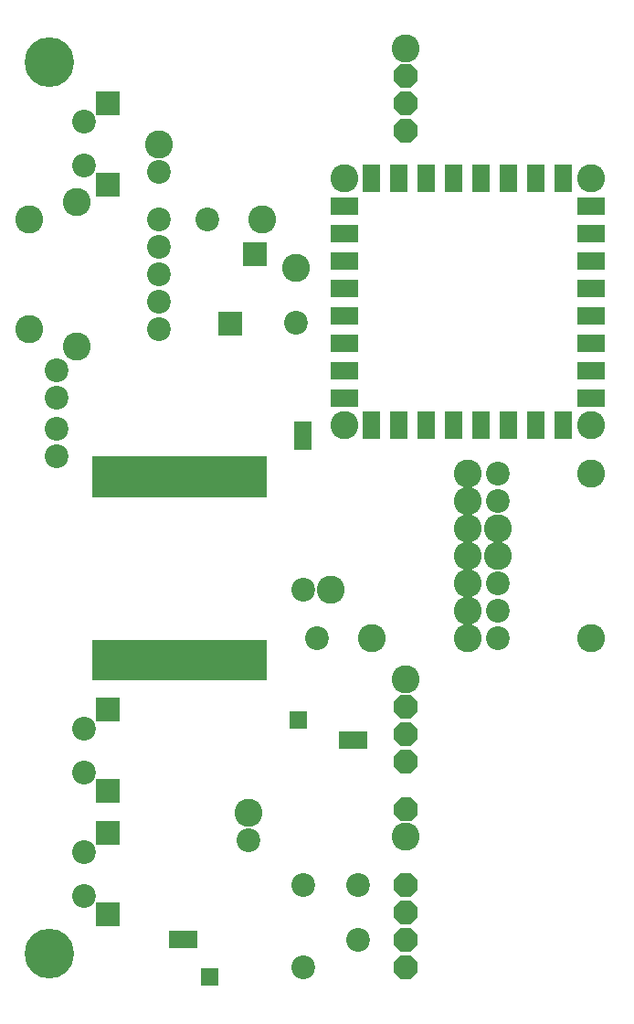
<source format=gbr>
%FSLAX34Y34*%
%MOMM*%
%LNSOLDERMASK_BOTTOM*%
G71*
G01*
%ADD10C, 2.20*%
%ADD11C, 2.20*%
%ADD12C, 2.20*%
%ADD13C, 2.20*%
%ADD14C, 2.60*%
%ADD15C, 4.60*%
%ADD16C, 2.60*%
%LPD*%
G36*
X103300Y574625D02*
X125300Y574625D01*
X125300Y536625D01*
X103300Y536625D01*
X103300Y574625D01*
G37*
G36*
X123144Y574625D02*
X145144Y574625D01*
X145144Y536625D01*
X123144Y536625D01*
X123144Y574625D01*
G37*
G36*
X142988Y574625D02*
X164988Y574625D01*
X164988Y536625D01*
X142988Y536625D01*
X142988Y574625D01*
G37*
G36*
X162831Y574625D02*
X184831Y574625D01*
X184831Y536625D01*
X162831Y536625D01*
X162831Y574625D01*
G37*
G36*
X182675Y574625D02*
X204675Y574625D01*
X204675Y536625D01*
X182675Y536625D01*
X182675Y574625D01*
G37*
G36*
X203312Y574625D02*
X225312Y574625D01*
X225312Y536625D01*
X203312Y536625D01*
X203312Y574625D01*
G37*
G36*
X223156Y574625D02*
X245156Y574625D01*
X245156Y536625D01*
X223156Y536625D01*
X223156Y574625D01*
G37*
G36*
X243000Y574625D02*
X265000Y574625D01*
X265000Y536625D01*
X243000Y536625D01*
X243000Y574625D01*
G37*
G36*
X103300Y404762D02*
X125300Y404762D01*
X125300Y366762D01*
X103300Y366762D01*
X103300Y404762D01*
G37*
G36*
X123144Y404762D02*
X145144Y404762D01*
X145144Y366762D01*
X123144Y366762D01*
X123144Y404762D01*
G37*
G36*
X142988Y404762D02*
X164988Y404762D01*
X164988Y366762D01*
X142988Y366762D01*
X142988Y404762D01*
G37*
G36*
X162831Y404762D02*
X184831Y404762D01*
X184831Y366762D01*
X162831Y366762D01*
X162831Y404762D01*
G37*
G36*
X182675Y404762D02*
X204675Y404762D01*
X204675Y366762D01*
X182675Y366762D01*
X182675Y404762D01*
G37*
G36*
X203312Y404762D02*
X225312Y404762D01*
X225312Y366762D01*
X203312Y366762D01*
X203312Y404762D01*
G37*
G36*
X223156Y404762D02*
X245156Y404762D01*
X245156Y366762D01*
X223156Y366762D01*
X223156Y404762D01*
G37*
G36*
X243000Y404762D02*
X265000Y404762D01*
X265000Y366762D01*
X243000Y366762D01*
X243000Y404762D01*
G37*
G36*
X106475Y350725D02*
X128475Y350725D01*
X128475Y328725D01*
X106475Y328725D01*
X106475Y350725D01*
G37*
G36*
X106475Y275319D02*
X128475Y275319D01*
X128475Y253319D01*
X106475Y253319D01*
X106475Y275319D01*
G37*
X95250Y281781D02*
G54D10*
D03*
X95250Y322262D02*
G54D10*
D03*
G36*
X106475Y236425D02*
X128475Y236425D01*
X128475Y214425D01*
X106475Y214425D01*
X106475Y236425D01*
G37*
G36*
X106475Y161019D02*
X128475Y161019D01*
X128475Y139019D01*
X106475Y139019D01*
X106475Y161019D01*
G37*
X95250Y167481D02*
G54D10*
D03*
X95250Y207962D02*
G54D10*
D03*
G36*
X106475Y912700D02*
X128475Y912700D01*
X128475Y890700D01*
X106475Y890700D01*
X106475Y912700D01*
G37*
G36*
X106475Y837294D02*
X128475Y837294D01*
X128475Y815294D01*
X106475Y815294D01*
X106475Y837294D01*
G37*
X95250Y843756D02*
G54D10*
D03*
X95250Y884238D02*
G54D10*
D03*
X165100Y793750D02*
G54D11*
D03*
X165100Y768350D02*
G54D11*
D03*
X165100Y742950D02*
G54D11*
D03*
X165100Y717550D02*
G54D11*
D03*
X165100Y692150D02*
G54D11*
D03*
X95245Y167485D02*
G54D10*
D03*
X95245Y281785D02*
G54D10*
D03*
X95245Y884240D02*
G54D10*
D03*
X478532Y558267D02*
G54D12*
D03*
X478532Y532867D02*
G54D12*
D03*
X478532Y507467D02*
G54D12*
D03*
X478532Y482067D02*
G54D12*
D03*
X478532Y456667D02*
G54D12*
D03*
X478532Y431267D02*
G54D12*
D03*
X478532Y405867D02*
G54D12*
D03*
G36*
X404700Y947935D02*
X398265Y941500D01*
X389135Y941500D01*
X382700Y947935D01*
X382700Y957065D01*
X389135Y963500D01*
X398265Y963500D01*
X404700Y957065D01*
X404700Y947935D01*
G37*
G36*
X404700Y922535D02*
X398265Y916100D01*
X389135Y916100D01*
X382700Y922535D01*
X382700Y931665D01*
X389135Y938100D01*
X398265Y938100D01*
X404700Y931665D01*
X404700Y922535D01*
G37*
G36*
X404700Y897135D02*
X398265Y890700D01*
X389135Y890700D01*
X382700Y897135D01*
X382700Y906265D01*
X389135Y912700D01*
X398265Y912700D01*
X404700Y906265D01*
X404700Y897135D01*
G37*
G36*
X404700Y871735D02*
X398265Y865300D01*
X389135Y865300D01*
X382700Y871735D01*
X382700Y880865D01*
X389135Y887300D01*
X398265Y887300D01*
X404700Y880865D01*
X404700Y871735D01*
G37*
G36*
X404700Y173235D02*
X398265Y166800D01*
X389135Y166800D01*
X382700Y173235D01*
X382700Y182365D01*
X389135Y188800D01*
X398265Y188800D01*
X404700Y182365D01*
X404700Y173235D01*
G37*
G36*
X404700Y147835D02*
X398265Y141400D01*
X389135Y141400D01*
X382700Y147835D01*
X382700Y156965D01*
X389135Y163400D01*
X398265Y163400D01*
X404700Y156965D01*
X404700Y147835D01*
G37*
G36*
X404700Y122435D02*
X398265Y116000D01*
X389135Y116000D01*
X382700Y122435D01*
X382700Y131565D01*
X389135Y138000D01*
X398265Y138000D01*
X404700Y131565D01*
X404700Y122435D01*
G37*
G36*
X404700Y97035D02*
X398265Y90600D01*
X389135Y90600D01*
X382700Y97035D01*
X382700Y106165D01*
X389135Y112600D01*
X398265Y112600D01*
X404700Y106165D01*
X404700Y97035D01*
G37*
G36*
X404700Y243085D02*
X398265Y236650D01*
X389135Y236650D01*
X382700Y243085D01*
X382700Y252215D01*
X389135Y258650D01*
X398265Y258650D01*
X404700Y252215D01*
X404700Y243085D01*
G37*
G36*
X404700Y217685D02*
X398265Y211250D01*
X389135Y211250D01*
X382700Y217685D01*
X382700Y226815D01*
X389135Y233250D01*
X398265Y233250D01*
X404700Y226815D01*
X404700Y217685D01*
G37*
X165100Y863600D02*
G54D13*
D03*
X165100Y838200D02*
G54D13*
D03*
X260350Y793750D02*
G54D12*
D03*
X209550Y793750D02*
G54D12*
D03*
X323850Y450850D02*
G54D13*
D03*
X298450Y450850D02*
G54D13*
D03*
X361950Y406400D02*
G54D12*
D03*
X311150Y406400D02*
G54D12*
D03*
X298450Y101600D02*
G54D13*
D03*
X349250Y127000D02*
G54D13*
D03*
X349250Y177800D02*
G54D13*
D03*
X298450Y177800D02*
G54D13*
D03*
X69850Y628650D02*
G54D11*
D03*
X69850Y654050D02*
G54D11*
D03*
X69850Y600075D02*
G54D11*
D03*
X69850Y574675D02*
G54D11*
D03*
G36*
X243000Y574630D02*
X265000Y574630D01*
X265000Y536630D01*
X243000Y536630D01*
X243000Y574630D01*
G37*
G36*
X290450Y606725D02*
X306450Y606725D01*
X306450Y580725D01*
X290450Y580725D01*
X290450Y606725D01*
G37*
X69850Y654050D02*
G54D13*
D03*
X69850Y574675D02*
G54D11*
D03*
G36*
X243000Y773000D02*
X265000Y773000D01*
X265000Y751000D01*
X243000Y751000D01*
X243000Y773000D01*
G37*
X361950Y406400D02*
G54D14*
D03*
X165095Y863600D02*
G54D14*
D03*
X260350Y793750D02*
G54D14*
D03*
X323855Y450855D02*
G54D14*
D03*
X88900Y809625D02*
G54D14*
D03*
X88900Y676275D02*
G54D14*
D03*
X44425Y793750D02*
G54D14*
D03*
X44450Y692150D02*
G54D14*
D03*
X478532Y507467D02*
G54D14*
D03*
X478532Y482067D02*
G54D14*
D03*
G36*
X219604Y84389D02*
X203604Y84389D01*
X203604Y100389D01*
X219604Y100389D01*
X219604Y84389D01*
G37*
G36*
X285498Y322476D02*
X285498Y338476D01*
X301498Y338476D01*
X301498Y322476D01*
X285498Y322476D01*
G37*
X63500Y939800D02*
G54D15*
D03*
G36*
X404700Y363735D02*
X398265Y357300D01*
X389135Y357300D01*
X382700Y363735D01*
X382700Y372865D01*
X389135Y379300D01*
X398265Y379300D01*
X404700Y372865D01*
X404700Y363735D01*
G37*
G36*
X404700Y338335D02*
X398265Y331900D01*
X389135Y331900D01*
X382700Y338335D01*
X382700Y347465D01*
X389135Y353900D01*
X398265Y353900D01*
X404700Y347465D01*
X404700Y338335D01*
G37*
G36*
X404700Y312935D02*
X398265Y306500D01*
X389135Y306500D01*
X382700Y312935D01*
X382700Y322065D01*
X389135Y328500D01*
X398265Y328500D01*
X404700Y322065D01*
X404700Y312935D01*
G37*
G36*
X404700Y287535D02*
X398265Y281100D01*
X389135Y281100D01*
X382700Y287535D01*
X382700Y296665D01*
X389135Y303100D01*
X398265Y303100D01*
X404700Y296665D01*
X404700Y287535D01*
G37*
X336550Y831850D02*
G54D14*
D03*
X565150Y831850D02*
G54D14*
D03*
X565150Y603250D02*
G54D14*
D03*
X336550Y603250D02*
G54D14*
D03*
X292100Y749300D02*
G54D12*
D03*
X292100Y698500D02*
G54D12*
D03*
X292100Y749300D02*
G54D14*
D03*
X450850Y558800D02*
G54D14*
D03*
X450850Y533400D02*
G54D14*
D03*
X450850Y508000D02*
G54D14*
D03*
X450850Y482600D02*
G54D14*
D03*
X450850Y457200D02*
G54D14*
D03*
X450850Y431800D02*
G54D14*
D03*
X450850Y406400D02*
G54D14*
D03*
G36*
X323550Y814450D02*
X349550Y814450D01*
X349550Y798450D01*
X323550Y798450D01*
X323550Y814450D01*
G37*
G36*
X323550Y789050D02*
X349550Y789050D01*
X349550Y773050D01*
X323550Y773050D01*
X323550Y789050D01*
G37*
G36*
X323550Y763650D02*
X349550Y763650D01*
X349550Y747650D01*
X323550Y747650D01*
X323550Y763650D01*
G37*
G36*
X323550Y738250D02*
X349550Y738250D01*
X349550Y722250D01*
X323550Y722250D01*
X323550Y738250D01*
G37*
G36*
X323550Y712850D02*
X349550Y712850D01*
X349550Y696850D01*
X323550Y696850D01*
X323550Y712850D01*
G37*
G36*
X323550Y687450D02*
X349550Y687450D01*
X349550Y671450D01*
X323550Y671450D01*
X323550Y687450D01*
G37*
G36*
X323550Y662050D02*
X349550Y662050D01*
X349550Y646050D01*
X323550Y646050D01*
X323550Y662050D01*
G37*
G36*
X323550Y636650D02*
X349550Y636650D01*
X349550Y620650D01*
X323550Y620650D01*
X323550Y636650D01*
G37*
G36*
X552150Y814450D02*
X578150Y814450D01*
X578150Y798450D01*
X552150Y798450D01*
X552150Y814450D01*
G37*
G36*
X552150Y789050D02*
X578150Y789050D01*
X578150Y773050D01*
X552150Y773050D01*
X552150Y789050D01*
G37*
G36*
X552150Y763650D02*
X578150Y763650D01*
X578150Y747650D01*
X552150Y747650D01*
X552150Y763650D01*
G37*
G36*
X552150Y738250D02*
X578150Y738250D01*
X578150Y722250D01*
X552150Y722250D01*
X552150Y738250D01*
G37*
G36*
X552150Y712850D02*
X578150Y712850D01*
X578150Y696850D01*
X552150Y696850D01*
X552150Y712850D01*
G37*
G36*
X552150Y687450D02*
X578150Y687450D01*
X578150Y671450D01*
X552150Y671450D01*
X552150Y687450D01*
G37*
G36*
X552150Y662050D02*
X578150Y662050D01*
X578150Y646050D01*
X552150Y646050D01*
X552150Y662050D01*
G37*
G36*
X552150Y636650D02*
X578150Y636650D01*
X578150Y620650D01*
X552150Y620650D01*
X552150Y636650D01*
G37*
G36*
X353950Y616250D02*
X369950Y616250D01*
X369950Y590250D01*
X353950Y590250D01*
X353950Y616250D01*
G37*
G36*
X379350Y616250D02*
X395350Y616250D01*
X395350Y590250D01*
X379350Y590250D01*
X379350Y616250D01*
G37*
G36*
X404750Y616250D02*
X420750Y616250D01*
X420750Y590250D01*
X404750Y590250D01*
X404750Y616250D01*
G37*
G36*
X430150Y616250D02*
X446150Y616250D01*
X446150Y590250D01*
X430150Y590250D01*
X430150Y616250D01*
G37*
G36*
X455550Y616250D02*
X471550Y616250D01*
X471550Y590250D01*
X455550Y590250D01*
X455550Y616250D01*
G37*
G36*
X480950Y616250D02*
X496950Y616250D01*
X496950Y590250D01*
X480950Y590250D01*
X480950Y616250D01*
G37*
G36*
X506350Y616250D02*
X522350Y616250D01*
X522350Y590250D01*
X506350Y590250D01*
X506350Y616250D01*
G37*
G36*
X531750Y616250D02*
X547750Y616250D01*
X547750Y590250D01*
X531750Y590250D01*
X531750Y616250D01*
G37*
G36*
X353950Y844850D02*
X369950Y844850D01*
X369950Y818850D01*
X353950Y818850D01*
X353950Y844850D01*
G37*
G36*
X379350Y844850D02*
X395350Y844850D01*
X395350Y818850D01*
X379350Y818850D01*
X379350Y844850D01*
G37*
G36*
X404750Y844850D02*
X420750Y844850D01*
X420750Y818850D01*
X404750Y818850D01*
X404750Y844850D01*
G37*
G36*
X430150Y844850D02*
X446150Y844850D01*
X446150Y818850D01*
X430150Y818850D01*
X430150Y844850D01*
G37*
G36*
X455550Y844850D02*
X471550Y844850D01*
X471550Y818850D01*
X455550Y818850D01*
X455550Y844850D01*
G37*
G36*
X480950Y844850D02*
X496950Y844850D01*
X496950Y818850D01*
X480950Y818850D01*
X480950Y844850D01*
G37*
G36*
X506350Y844850D02*
X522350Y844850D01*
X522350Y818850D01*
X506350Y818850D01*
X506350Y844850D01*
G37*
G36*
X531750Y844850D02*
X547750Y844850D01*
X547750Y818850D01*
X531750Y818850D01*
X531750Y844850D01*
G37*
X393700Y952500D02*
G54D14*
D03*
X393700Y368300D02*
G54D14*
D03*
G36*
X331535Y319640D02*
X357535Y319640D01*
X357535Y303640D01*
X331535Y303640D01*
X331535Y319640D01*
G37*
X393700Y222250D02*
G54D16*
D03*
G36*
X174325Y135000D02*
X200325Y135000D01*
X200325Y119000D01*
X174325Y119000D01*
X174325Y135000D01*
G37*
X63500Y114300D02*
G54D15*
D03*
X247650Y244475D02*
G54D13*
D03*
X247650Y219075D02*
G54D13*
D03*
X247650Y244475D02*
G54D14*
D03*
G36*
X220000Y708000D02*
X242000Y708000D01*
X242000Y686000D01*
X220000Y686000D01*
X220000Y708000D01*
G37*
X565150Y558800D02*
G54D16*
D03*
X565150Y406400D02*
G54D16*
D03*
M02*

</source>
